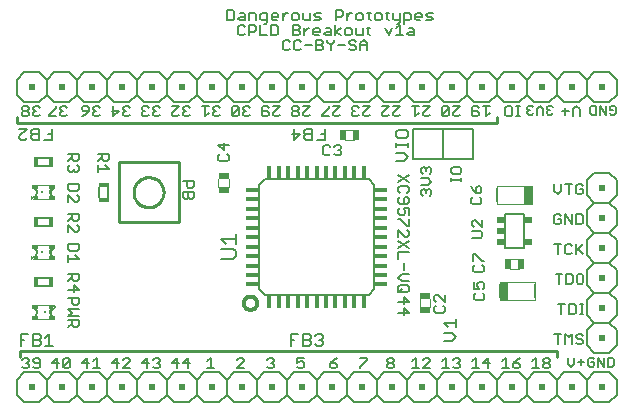
<source format=gto>
G75*
G70*
%OFA0B0*%
%FSLAX24Y24*%
%IPPOS*%
%LPD*%
%AMOC8*
5,1,8,0,0,1.08239X$1,22.5*
%
%ADD10C,0.0050*%
%ADD11C,0.0070*%
%ADD12C,0.0100*%
%ADD13C,0.0080*%
%ADD14C,0.0120*%
%ADD15C,0.0060*%
%ADD16R,0.0200X0.0200*%
%ADD17R,0.0374X0.0197*%
%ADD18R,0.0374X0.0197*%
%ADD19C,0.0040*%
%ADD20R,0.0197X0.0374*%
%ADD21R,0.0197X0.0374*%
%ADD22R,0.0079X0.0472*%
%ADD23R,0.0256X0.0591*%
%ADD24C,0.0086*%
%ADD25R,0.0340X0.0160*%
%ADD26R,0.0197X0.0128*%
%ADD27R,0.0098X0.0059*%
%ADD28R,0.0069X0.0157*%
%ADD29R,0.0079X0.0079*%
%ADD30R,0.0118X0.0118*%
%ADD31R,0.0030X0.0128*%
%ADD32R,0.0160X0.0340*%
%ADD33R,0.0256X0.0197*%
%ADD34R,0.0157X0.0472*%
%ADD35R,0.0472X0.0157*%
%ADD36C,0.0079*%
D10*
X002752Y001786D02*
X002694Y001845D01*
X002752Y001786D02*
X002869Y001786D01*
X002928Y001845D01*
X002928Y001903D01*
X002869Y001961D01*
X002811Y001961D01*
X002869Y001961D02*
X002928Y002020D01*
X002928Y002078D01*
X002869Y002137D01*
X002752Y002137D01*
X002694Y002078D01*
X003062Y002078D02*
X003062Y002020D01*
X003121Y001961D01*
X003296Y001961D01*
X003296Y001845D02*
X003296Y002078D01*
X003237Y002137D01*
X003121Y002137D01*
X003062Y002078D01*
X003062Y001845D02*
X003121Y001786D01*
X003237Y001786D01*
X003296Y001845D01*
X003694Y001961D02*
X003928Y001961D01*
X004062Y001845D02*
X004296Y002078D01*
X004296Y001845D01*
X004237Y001786D01*
X004121Y001786D01*
X004062Y001845D01*
X004062Y002078D01*
X004121Y002137D01*
X004237Y002137D01*
X004296Y002078D01*
X004694Y001961D02*
X004928Y001961D01*
X005062Y002020D02*
X005179Y002137D01*
X005179Y001786D01*
X005062Y001786D02*
X005296Y001786D01*
X004869Y001786D02*
X004869Y002137D01*
X004694Y001961D01*
X003869Y001786D02*
X003869Y002137D01*
X003694Y001961D01*
X004231Y003166D02*
X004347Y003283D01*
X004347Y003225D02*
X004347Y003400D01*
X004231Y003400D02*
X004581Y003400D01*
X004581Y003225D01*
X004523Y003166D01*
X004406Y003166D01*
X004347Y003225D01*
X004231Y003534D02*
X004581Y003534D01*
X004581Y003768D02*
X004231Y003768D01*
X004347Y003651D01*
X004231Y003534D01*
X004406Y003903D02*
X004347Y003961D01*
X004347Y004136D01*
X004231Y004136D02*
X004581Y004136D01*
X004581Y003961D01*
X004523Y003903D01*
X004406Y003903D01*
X004406Y004334D02*
X004406Y004568D01*
X004581Y004393D01*
X004231Y004393D01*
X004231Y004703D02*
X004347Y004820D01*
X004347Y004761D02*
X004347Y004936D01*
X004231Y004936D02*
X004581Y004936D01*
X004581Y004761D01*
X004523Y004703D01*
X004406Y004703D01*
X004347Y004761D01*
X004231Y005334D02*
X004231Y005568D01*
X004231Y005451D02*
X004581Y005451D01*
X004464Y005568D01*
X004523Y005703D02*
X004289Y005703D01*
X004231Y005761D01*
X004231Y005936D01*
X004581Y005936D01*
X004581Y005761D01*
X004523Y005703D01*
X004523Y006334D02*
X004581Y006393D01*
X004581Y006510D01*
X004523Y006568D01*
X004523Y006703D02*
X004406Y006703D01*
X004347Y006761D01*
X004347Y006936D01*
X004231Y006936D02*
X004581Y006936D01*
X004581Y006761D01*
X004523Y006703D01*
X004347Y006820D02*
X004231Y006703D01*
X004231Y006568D02*
X004464Y006334D01*
X004523Y006334D01*
X004231Y006334D02*
X004231Y006568D01*
X004231Y007334D02*
X004231Y007568D01*
X004464Y007334D01*
X004523Y007334D01*
X004581Y007393D01*
X004581Y007510D01*
X004523Y007568D01*
X004523Y007703D02*
X004289Y007703D01*
X004231Y007761D01*
X004231Y007936D01*
X004581Y007936D01*
X004581Y007761D01*
X004523Y007703D01*
X004523Y008334D02*
X004464Y008334D01*
X004406Y008393D01*
X004347Y008334D01*
X004289Y008334D01*
X004231Y008393D01*
X004231Y008510D01*
X004289Y008568D01*
X004231Y008703D02*
X004347Y008820D01*
X004347Y008761D02*
X004347Y008936D01*
X004231Y008936D02*
X004581Y008936D01*
X004581Y008761D01*
X004523Y008703D01*
X004406Y008703D01*
X004347Y008761D01*
X004523Y008568D02*
X004581Y008510D01*
X004581Y008393D01*
X004523Y008334D01*
X004406Y008393D02*
X004406Y008451D01*
X005231Y008451D02*
X005581Y008451D01*
X005464Y008568D01*
X005406Y008703D02*
X005347Y008761D01*
X005347Y008936D01*
X005231Y008936D02*
X005581Y008936D01*
X005581Y008761D01*
X005523Y008703D01*
X005406Y008703D01*
X005347Y008820D02*
X005231Y008703D01*
X005231Y008568D02*
X005231Y008334D01*
X008056Y008036D02*
X008406Y008036D01*
X008406Y007861D01*
X008348Y007803D01*
X008231Y007803D01*
X008172Y007861D01*
X008172Y008036D01*
X008231Y007668D02*
X008231Y007493D01*
X008172Y007434D01*
X008114Y007434D01*
X008056Y007493D01*
X008056Y007668D01*
X008406Y007668D01*
X008406Y007493D01*
X008348Y007434D01*
X008289Y007434D01*
X008231Y007493D01*
X009289Y008686D02*
X009230Y008745D01*
X009230Y008861D01*
X009289Y008920D01*
X009406Y009055D02*
X009406Y009288D01*
X009581Y009230D02*
X009230Y009230D01*
X009406Y009055D01*
X009522Y008920D02*
X009581Y008861D01*
X009581Y008745D01*
X009522Y008686D01*
X009289Y008686D01*
X009222Y010186D02*
X009106Y010186D01*
X009047Y010244D01*
X009047Y010303D01*
X009106Y010361D01*
X009047Y010420D01*
X009047Y010478D01*
X009106Y010536D01*
X009222Y010536D01*
X009281Y010478D01*
X009164Y010361D02*
X009106Y010361D01*
X008912Y010303D02*
X008796Y010186D01*
X008796Y010536D01*
X008912Y010536D02*
X008679Y010536D01*
X008281Y010478D02*
X008222Y010536D01*
X008106Y010536D01*
X008047Y010478D01*
X008047Y010420D01*
X008106Y010361D01*
X008164Y010361D01*
X008106Y010361D02*
X008047Y010303D01*
X008047Y010244D01*
X008106Y010186D01*
X008222Y010186D01*
X008281Y010244D01*
X007912Y010244D02*
X007854Y010186D01*
X007737Y010186D01*
X007679Y010244D01*
X007679Y010303D01*
X007912Y010536D01*
X007679Y010536D01*
X007281Y010478D02*
X007222Y010536D01*
X007106Y010536D01*
X007047Y010478D01*
X007047Y010420D01*
X007106Y010361D01*
X007164Y010361D01*
X007106Y010361D02*
X007047Y010303D01*
X007047Y010244D01*
X007106Y010186D01*
X007222Y010186D01*
X007281Y010244D01*
X006912Y010244D02*
X006854Y010186D01*
X006737Y010186D01*
X006679Y010244D01*
X006679Y010303D01*
X006737Y010361D01*
X006679Y010420D01*
X006679Y010478D01*
X006737Y010536D01*
X006854Y010536D01*
X006912Y010478D01*
X006796Y010361D02*
X006737Y010361D01*
X006281Y010244D02*
X006222Y010186D01*
X006106Y010186D01*
X006047Y010244D01*
X006047Y010303D01*
X006106Y010361D01*
X006047Y010420D01*
X006047Y010478D01*
X006106Y010536D01*
X006222Y010536D01*
X006281Y010478D01*
X006164Y010361D02*
X006106Y010361D01*
X005912Y010361D02*
X005679Y010361D01*
X005737Y010536D02*
X005737Y010186D01*
X005912Y010361D01*
X005281Y010244D02*
X005222Y010186D01*
X005106Y010186D01*
X005047Y010244D01*
X005047Y010303D01*
X005106Y010361D01*
X005047Y010420D01*
X005047Y010478D01*
X005106Y010536D01*
X005222Y010536D01*
X005281Y010478D01*
X005164Y010361D02*
X005106Y010361D01*
X004912Y010361D02*
X004737Y010361D01*
X004679Y010420D01*
X004679Y010478D01*
X004737Y010536D01*
X004854Y010536D01*
X004912Y010478D01*
X004912Y010361D01*
X004796Y010244D01*
X004679Y010186D01*
X004181Y010244D02*
X004122Y010186D01*
X004006Y010186D01*
X003947Y010244D01*
X003947Y010303D01*
X004006Y010361D01*
X003947Y010420D01*
X003947Y010478D01*
X004006Y010536D01*
X004122Y010536D01*
X004181Y010478D01*
X004064Y010361D02*
X004006Y010361D01*
X003812Y010478D02*
X003812Y010536D01*
X003812Y010478D02*
X003579Y010244D01*
X003579Y010186D01*
X003812Y010186D01*
X003281Y010244D02*
X003222Y010186D01*
X003106Y010186D01*
X003047Y010244D01*
X003047Y010303D01*
X003106Y010361D01*
X003047Y010420D01*
X003047Y010478D01*
X003106Y010536D01*
X003222Y010536D01*
X003281Y010478D01*
X003164Y010361D02*
X003106Y010361D01*
X002912Y010303D02*
X002912Y010244D01*
X002854Y010186D01*
X002737Y010186D01*
X002679Y010244D01*
X002679Y010303D01*
X002737Y010361D01*
X002854Y010361D01*
X002912Y010303D01*
X002854Y010361D02*
X002912Y010420D01*
X002912Y010478D01*
X002854Y010536D01*
X002737Y010536D01*
X002679Y010478D01*
X002679Y010420D01*
X002737Y010361D01*
X009222Y010186D02*
X009281Y010244D01*
X009679Y010244D02*
X009679Y010478D01*
X009737Y010536D01*
X009854Y010536D01*
X009912Y010478D01*
X009679Y010244D01*
X009737Y010186D01*
X009854Y010186D01*
X009912Y010244D01*
X009912Y010478D01*
X010047Y010478D02*
X010106Y010536D01*
X010222Y010536D01*
X010281Y010478D01*
X010164Y010361D02*
X010106Y010361D01*
X010047Y010420D01*
X010047Y010478D01*
X010106Y010361D02*
X010047Y010303D01*
X010047Y010244D01*
X010106Y010186D01*
X010222Y010186D01*
X010281Y010244D01*
X010679Y010244D02*
X010737Y010186D01*
X010854Y010186D01*
X010912Y010244D01*
X010912Y010303D01*
X010854Y010361D01*
X010679Y010361D01*
X010679Y010478D02*
X010679Y010244D01*
X010679Y010478D02*
X010737Y010536D01*
X010854Y010536D01*
X010912Y010478D01*
X011047Y010536D02*
X011281Y010536D01*
X011047Y010303D01*
X011047Y010244D01*
X011106Y010186D01*
X011222Y010186D01*
X011281Y010244D01*
X011679Y010244D02*
X011737Y010186D01*
X011854Y010186D01*
X011912Y010244D01*
X011912Y010303D01*
X011854Y010361D01*
X011737Y010361D01*
X011679Y010420D01*
X011679Y010478D01*
X011737Y010536D01*
X011854Y010536D01*
X011912Y010478D01*
X011912Y010420D01*
X011854Y010361D01*
X011737Y010361D02*
X011679Y010303D01*
X011679Y010244D01*
X012047Y010244D02*
X012106Y010186D01*
X012222Y010186D01*
X012281Y010244D01*
X012679Y010244D02*
X012679Y010186D01*
X012912Y010186D01*
X013047Y010244D02*
X013106Y010186D01*
X013222Y010186D01*
X013281Y010244D01*
X013047Y010244D02*
X013047Y010303D01*
X013281Y010536D01*
X013047Y010536D01*
X012912Y010536D02*
X012912Y010478D01*
X012679Y010244D01*
X012281Y010536D02*
X012047Y010303D01*
X012047Y010244D01*
X012047Y010536D02*
X012281Y010536D01*
X013679Y010478D02*
X013737Y010536D01*
X013854Y010536D01*
X013912Y010478D01*
X014047Y010536D02*
X014281Y010536D01*
X014047Y010303D01*
X014047Y010244D01*
X014106Y010186D01*
X014222Y010186D01*
X014281Y010244D01*
X013912Y010244D02*
X013854Y010186D01*
X013737Y010186D01*
X013679Y010244D01*
X013679Y010303D01*
X013737Y010361D01*
X013679Y010420D01*
X013679Y010478D01*
X013737Y010361D02*
X013796Y010361D01*
X014679Y010303D02*
X014679Y010244D01*
X014737Y010186D01*
X014854Y010186D01*
X014912Y010244D01*
X015047Y010244D02*
X015106Y010186D01*
X015222Y010186D01*
X015281Y010244D01*
X015047Y010244D02*
X015047Y010303D01*
X015281Y010536D01*
X015047Y010536D01*
X014912Y010536D02*
X014679Y010303D01*
X014679Y010536D02*
X014912Y010536D01*
X015679Y010536D02*
X015912Y010536D01*
X015796Y010536D02*
X015796Y010186D01*
X015912Y010303D01*
X016047Y010303D02*
X016047Y010244D01*
X016106Y010186D01*
X016222Y010186D01*
X016281Y010244D01*
X016047Y010303D02*
X016281Y010536D01*
X016047Y010536D01*
X016679Y010478D02*
X016679Y010244D01*
X016912Y010478D01*
X016854Y010536D01*
X016737Y010536D01*
X016679Y010478D01*
X016912Y010478D02*
X016912Y010244D01*
X016854Y010186D01*
X016737Y010186D01*
X016679Y010244D01*
X017047Y010244D02*
X017106Y010186D01*
X017222Y010186D01*
X017281Y010244D01*
X017047Y010244D02*
X017047Y010303D01*
X017281Y010536D01*
X017047Y010536D01*
X017679Y010478D02*
X017679Y010244D01*
X017737Y010186D01*
X017854Y010186D01*
X017912Y010244D01*
X017912Y010303D01*
X017854Y010361D01*
X017679Y010361D01*
X017679Y010478D02*
X017737Y010536D01*
X017854Y010536D01*
X017912Y010478D01*
X018047Y010536D02*
X018281Y010536D01*
X018164Y010536D02*
X018164Y010186D01*
X018281Y010303D01*
X018802Y010244D02*
X018860Y010186D01*
X018977Y010186D01*
X019035Y010244D01*
X019035Y010478D01*
X018977Y010536D01*
X018860Y010536D01*
X018802Y010478D01*
X018802Y010244D01*
X019164Y010186D02*
X019281Y010186D01*
X019222Y010186D02*
X019222Y010536D01*
X019164Y010536D02*
X019281Y010536D01*
X019536Y010486D02*
X019586Y010536D01*
X019686Y010536D01*
X019736Y010486D01*
X019858Y010436D02*
X019858Y010236D01*
X019736Y010286D02*
X019686Y010236D01*
X019586Y010236D01*
X019536Y010286D01*
X019536Y010336D01*
X019586Y010386D01*
X019536Y010436D01*
X019536Y010486D01*
X019586Y010386D02*
X019636Y010386D01*
X019858Y010436D02*
X019958Y010536D01*
X020058Y010436D01*
X020058Y010236D01*
X020181Y010286D02*
X020181Y010336D01*
X020231Y010386D01*
X020181Y010436D01*
X020181Y010486D01*
X020231Y010536D01*
X020331Y010536D01*
X020381Y010486D01*
X020281Y010386D02*
X020231Y010386D01*
X020181Y010286D02*
X020231Y010236D01*
X020331Y010236D01*
X020381Y010286D01*
X020679Y010361D02*
X020912Y010361D01*
X021047Y010420D02*
X021047Y010186D01*
X021281Y010186D02*
X021281Y010420D01*
X021164Y010536D01*
X021047Y010420D01*
X020796Y010478D02*
X020796Y010244D01*
X021636Y010286D02*
X021686Y010236D01*
X021836Y010236D01*
X021836Y010536D01*
X021686Y010536D01*
X021636Y010486D01*
X021636Y010286D01*
X021958Y010236D02*
X021958Y010536D01*
X022158Y010236D01*
X022158Y010536D01*
X022281Y010486D02*
X022281Y010386D01*
X022381Y010386D01*
X022481Y010286D02*
X022431Y010236D01*
X022331Y010236D01*
X022281Y010286D01*
X022481Y010286D02*
X022481Y010486D01*
X022431Y010536D01*
X022331Y010536D01*
X022281Y010486D01*
X021337Y007937D02*
X021221Y007937D01*
X021162Y007878D01*
X021162Y007645D01*
X021221Y007586D01*
X021337Y007586D01*
X021396Y007645D01*
X021396Y007761D01*
X021279Y007761D01*
X021396Y007878D02*
X021337Y007937D01*
X021028Y007937D02*
X020794Y007937D01*
X020911Y007937D02*
X020911Y007586D01*
X020659Y007703D02*
X020659Y007937D01*
X020426Y007937D02*
X020426Y007703D01*
X020542Y007586D01*
X020659Y007703D01*
X020601Y006937D02*
X020484Y006937D01*
X020426Y006878D01*
X020426Y006645D01*
X020484Y006586D01*
X020601Y006586D01*
X020659Y006645D01*
X020659Y006761D01*
X020542Y006761D01*
X020659Y006878D02*
X020601Y006937D01*
X020794Y006937D02*
X021028Y006586D01*
X021028Y006937D01*
X021162Y006937D02*
X021337Y006937D01*
X021396Y006878D01*
X021396Y006645D01*
X021337Y006586D01*
X021162Y006586D01*
X021162Y006937D01*
X020794Y006937D02*
X020794Y006586D01*
X020852Y005937D02*
X020794Y005878D01*
X020794Y005645D01*
X020852Y005586D01*
X020969Y005586D01*
X021028Y005645D01*
X021162Y005703D02*
X021396Y005937D01*
X021162Y005937D02*
X021162Y005586D01*
X021221Y005761D02*
X021396Y005586D01*
X021028Y005878D02*
X020969Y005937D01*
X020852Y005937D01*
X020659Y005937D02*
X020426Y005937D01*
X020542Y005937D02*
X020542Y005586D01*
X020591Y004937D02*
X020591Y004606D01*
X020831Y004606D02*
X020996Y004606D01*
X021051Y004661D01*
X021051Y004881D01*
X020996Y004937D01*
X020831Y004937D01*
X020831Y004606D01*
X021181Y004661D02*
X021181Y004881D01*
X021236Y004937D01*
X021346Y004937D01*
X021401Y004881D01*
X021401Y004661D01*
X021346Y004606D01*
X021236Y004606D01*
X021181Y004661D01*
X020701Y004937D02*
X020481Y004937D01*
X020549Y003937D02*
X020782Y003937D01*
X020665Y003937D02*
X020665Y003586D01*
X020917Y003586D02*
X021092Y003586D01*
X021150Y003645D01*
X021150Y003878D01*
X021092Y003937D01*
X020917Y003937D01*
X020917Y003586D01*
X021285Y003586D02*
X021402Y003586D01*
X021343Y003586D02*
X021343Y003937D01*
X021285Y003937D02*
X021402Y003937D01*
X021337Y002937D02*
X021221Y002937D01*
X021162Y002878D01*
X021162Y002820D01*
X021221Y002761D01*
X021337Y002761D01*
X021396Y002703D01*
X021396Y002645D01*
X021337Y002586D01*
X021221Y002586D01*
X021162Y002645D01*
X021028Y002586D02*
X021028Y002937D01*
X020911Y002820D01*
X020794Y002937D01*
X020794Y002586D01*
X020542Y002586D02*
X020542Y002937D01*
X020426Y002937D02*
X020659Y002937D01*
X021337Y002937D02*
X021396Y002878D01*
X021614Y002136D02*
X021564Y002086D01*
X021564Y001886D01*
X021614Y001836D01*
X021714Y001836D01*
X021764Y001886D01*
X021764Y001986D01*
X021664Y001986D01*
X021764Y002086D02*
X021714Y002136D01*
X021614Y002136D01*
X021409Y001986D02*
X021208Y001986D01*
X021086Y001936D02*
X020986Y001836D01*
X020886Y001936D01*
X020886Y002136D01*
X021086Y002136D02*
X021086Y001936D01*
X021308Y001886D02*
X021308Y002086D01*
X021886Y002136D02*
X021886Y001836D01*
X022086Y001836D02*
X022086Y002136D01*
X022208Y002136D02*
X022358Y002136D01*
X022409Y002086D01*
X022409Y001886D01*
X022358Y001836D01*
X022208Y001836D01*
X022208Y002136D01*
X021886Y002136D02*
X022086Y001836D01*
X020296Y001845D02*
X020237Y001786D01*
X020121Y001786D01*
X020062Y001845D01*
X020062Y001903D01*
X020121Y001961D01*
X020237Y001961D01*
X020296Y001903D01*
X020296Y001845D01*
X020237Y001961D02*
X020296Y002020D01*
X020296Y002078D01*
X020237Y002137D01*
X020121Y002137D01*
X020062Y002078D01*
X020062Y002020D01*
X020121Y001961D01*
X019811Y001786D02*
X019811Y002137D01*
X019694Y002020D01*
X019694Y001786D02*
X019928Y001786D01*
X019296Y001845D02*
X019237Y001786D01*
X019121Y001786D01*
X019062Y001845D01*
X019062Y001961D01*
X019237Y001961D01*
X019296Y001903D01*
X019296Y001845D01*
X019179Y002078D02*
X019062Y001961D01*
X019179Y002078D02*
X019296Y002137D01*
X018811Y002137D02*
X018811Y001786D01*
X018694Y001786D02*
X018928Y001786D01*
X018694Y002020D02*
X018811Y002137D01*
X018296Y001961D02*
X018062Y001961D01*
X018237Y002137D01*
X018237Y001786D01*
X017928Y001786D02*
X017694Y001786D01*
X017811Y001786D02*
X017811Y002137D01*
X017694Y002020D01*
X017296Y002020D02*
X017237Y001961D01*
X017296Y001903D01*
X017296Y001845D01*
X017237Y001786D01*
X017121Y001786D01*
X017062Y001845D01*
X016928Y001786D02*
X016694Y001786D01*
X016811Y001786D02*
X016811Y002137D01*
X016694Y002020D01*
X017062Y002078D02*
X017121Y002137D01*
X017237Y002137D01*
X017296Y002078D01*
X017296Y002020D01*
X017237Y001961D02*
X017179Y001961D01*
X016296Y002020D02*
X016296Y002078D01*
X016237Y002137D01*
X016121Y002137D01*
X016062Y002078D01*
X016296Y002020D02*
X016062Y001786D01*
X016296Y001786D01*
X015928Y001786D02*
X015694Y001786D01*
X015811Y001786D02*
X015811Y002137D01*
X015694Y002020D01*
X015096Y002020D02*
X015037Y001961D01*
X014921Y001961D01*
X014862Y002020D01*
X014862Y002078D01*
X014921Y002137D01*
X015037Y002137D01*
X015096Y002078D01*
X015096Y002020D01*
X015037Y001961D02*
X015096Y001903D01*
X015096Y001845D01*
X015037Y001786D01*
X014921Y001786D01*
X014862Y001845D01*
X014862Y001903D01*
X014921Y001961D01*
X014196Y002078D02*
X013962Y001845D01*
X013962Y001786D01*
X014196Y002078D02*
X014196Y002137D01*
X013962Y002137D01*
X013196Y002137D02*
X013079Y002078D01*
X012962Y001961D01*
X013137Y001961D01*
X013196Y001903D01*
X013196Y001845D01*
X013137Y001786D01*
X013021Y001786D01*
X012962Y001845D01*
X012962Y001961D01*
X012096Y001961D02*
X012096Y001845D01*
X012037Y001786D01*
X011921Y001786D01*
X011862Y001845D01*
X011862Y001961D02*
X011979Y002020D01*
X012037Y002020D01*
X012096Y001961D01*
X012096Y002137D02*
X011862Y002137D01*
X011862Y001961D01*
X011096Y001903D02*
X011096Y001845D01*
X011037Y001786D01*
X010921Y001786D01*
X010862Y001845D01*
X010979Y001961D02*
X011037Y001961D01*
X011096Y001903D01*
X011037Y001961D02*
X011096Y002020D01*
X011096Y002078D01*
X011037Y002137D01*
X010921Y002137D01*
X010862Y002078D01*
X010096Y002078D02*
X010037Y002137D01*
X009921Y002137D01*
X009862Y002078D01*
X010096Y002078D02*
X010096Y002020D01*
X009862Y001786D01*
X010096Y001786D01*
X009096Y001786D02*
X008862Y001786D01*
X008979Y001786D02*
X008979Y002137D01*
X008862Y002020D01*
X008296Y001961D02*
X008062Y001961D01*
X008237Y002137D01*
X008237Y001786D01*
X007928Y001961D02*
X007694Y001961D01*
X007869Y002137D01*
X007869Y001786D01*
X007296Y001845D02*
X007237Y001786D01*
X007121Y001786D01*
X007062Y001845D01*
X007179Y001961D02*
X007237Y001961D01*
X007296Y001903D01*
X007296Y001845D01*
X007237Y001961D02*
X007296Y002020D01*
X007296Y002078D01*
X007237Y002137D01*
X007121Y002137D01*
X007062Y002078D01*
X006928Y001961D02*
X006694Y001961D01*
X006869Y002137D01*
X006869Y001786D01*
X006296Y001786D02*
X006062Y001786D01*
X006296Y002020D01*
X006296Y002078D01*
X006237Y002137D01*
X006121Y002137D01*
X006062Y002078D01*
X005928Y001961D02*
X005694Y001961D01*
X005869Y002137D01*
X005869Y001786D01*
X015231Y003641D02*
X015581Y003641D01*
X015406Y003817D01*
X015406Y003583D01*
X015406Y003951D02*
X015406Y004185D01*
X015581Y004010D01*
X015231Y004010D01*
X015231Y004320D02*
X015347Y004436D01*
X015289Y004320D02*
X015231Y004378D01*
X015231Y004495D01*
X015289Y004553D01*
X015523Y004553D01*
X015581Y004495D01*
X015581Y004378D01*
X015523Y004320D01*
X015289Y004320D01*
X015347Y004688D02*
X015581Y004688D01*
X015347Y004688D02*
X015231Y004805D01*
X015347Y004921D01*
X015581Y004921D01*
X015406Y005056D02*
X015406Y005290D01*
X015231Y005425D02*
X015231Y005658D01*
X015581Y005658D01*
X015581Y005793D02*
X015231Y006026D01*
X015231Y006161D02*
X015231Y006395D01*
X015464Y006161D01*
X015523Y006161D01*
X015581Y006220D01*
X015581Y006336D01*
X015523Y006395D01*
X015523Y006530D02*
X015289Y006763D01*
X015231Y006763D01*
X015289Y006898D02*
X015231Y006956D01*
X015231Y007073D01*
X015289Y007131D01*
X015406Y007131D02*
X015464Y007015D01*
X015464Y006956D01*
X015406Y006898D01*
X015289Y006898D01*
X015406Y007131D02*
X015581Y007131D01*
X015581Y006898D01*
X015581Y006763D02*
X015581Y006530D01*
X015523Y006530D01*
X015581Y006026D02*
X015231Y005793D01*
X015289Y007266D02*
X015523Y007266D01*
X015581Y007325D01*
X015581Y007441D01*
X015523Y007500D01*
X015464Y007500D01*
X015406Y007441D01*
X015406Y007266D01*
X015289Y007266D02*
X015231Y007325D01*
X015231Y007441D01*
X015289Y007500D01*
X015289Y007634D02*
X015231Y007693D01*
X015231Y007810D01*
X015289Y007868D01*
X015523Y007868D01*
X015581Y007810D01*
X015581Y007693D01*
X015523Y007634D01*
X015980Y007590D02*
X015980Y007706D01*
X016039Y007765D01*
X016097Y007765D01*
X016156Y007706D01*
X016214Y007765D01*
X016272Y007765D01*
X016331Y007706D01*
X016331Y007590D01*
X016272Y007531D01*
X016156Y007648D02*
X016156Y007706D01*
X016214Y007900D02*
X015980Y007900D01*
X016214Y007900D02*
X016331Y008016D01*
X016214Y008133D01*
X015980Y008133D01*
X016039Y008268D02*
X015980Y008326D01*
X015980Y008443D01*
X016039Y008501D01*
X016097Y008501D01*
X016156Y008443D01*
X016214Y008501D01*
X016272Y008501D01*
X016331Y008443D01*
X016331Y008326D01*
X016272Y008268D01*
X016156Y008385D02*
X016156Y008443D01*
X015706Y008761D02*
X015706Y009761D01*
X016706Y009761D01*
X016706Y008761D01*
X015706Y008761D01*
X015581Y008236D02*
X015231Y008003D01*
X015231Y008236D02*
X015581Y008003D01*
X015980Y007590D02*
X016039Y007531D01*
X016980Y008022D02*
X016980Y008139D01*
X016980Y008081D02*
X017331Y008081D01*
X017331Y008139D02*
X017331Y008022D01*
X017272Y008268D02*
X017039Y008268D01*
X016980Y008326D01*
X016980Y008443D01*
X017039Y008501D01*
X017272Y008501D01*
X017331Y008443D01*
X017331Y008326D01*
X017272Y008268D01*
X017647Y007858D02*
X017705Y007741D01*
X017822Y007625D01*
X017822Y007800D01*
X017880Y007858D01*
X017938Y007858D01*
X017997Y007800D01*
X017997Y007683D01*
X017938Y007625D01*
X017822Y007625D01*
X017938Y007490D02*
X017997Y007431D01*
X017997Y007315D01*
X017938Y007256D01*
X017705Y007256D01*
X017647Y007315D01*
X017647Y007431D01*
X017705Y007490D01*
X017739Y006738D02*
X017680Y006680D01*
X017680Y006563D01*
X017739Y006505D01*
X017680Y006370D02*
X017972Y006370D01*
X018031Y006311D01*
X018031Y006195D01*
X017972Y006136D01*
X017680Y006136D01*
X018031Y006505D02*
X017797Y006738D01*
X017739Y006738D01*
X018031Y006738D02*
X018031Y006505D01*
X017789Y005588D02*
X018022Y005355D01*
X018081Y005355D01*
X018022Y005220D02*
X018081Y005161D01*
X018081Y005045D01*
X018022Y004986D01*
X017789Y004986D01*
X017730Y005045D01*
X017730Y005161D01*
X017789Y005220D01*
X017730Y005355D02*
X017730Y005588D01*
X017789Y005588D01*
X017747Y004658D02*
X017747Y004425D01*
X017922Y004425D01*
X017863Y004541D01*
X017863Y004600D01*
X017922Y004658D01*
X018038Y004658D01*
X018097Y004600D01*
X018097Y004483D01*
X018038Y004425D01*
X018038Y004290D02*
X018097Y004231D01*
X018097Y004115D01*
X018038Y004056D01*
X017805Y004056D01*
X017747Y004115D01*
X017747Y004231D01*
X017805Y004290D01*
X016781Y004251D02*
X016781Y004018D01*
X016547Y004251D01*
X016489Y004251D01*
X016430Y004193D01*
X016430Y004076D01*
X016489Y004018D01*
X016489Y003883D02*
X016430Y003825D01*
X016430Y003708D01*
X016489Y003650D01*
X016722Y003650D01*
X016781Y003708D01*
X016781Y003825D01*
X016722Y003883D01*
X016706Y008761D02*
X017706Y008761D01*
X017706Y009761D01*
X016706Y009761D01*
X013332Y009178D02*
X013332Y009120D01*
X013274Y009061D01*
X013332Y009003D01*
X013332Y008945D01*
X013274Y008886D01*
X013157Y008886D01*
X013099Y008945D01*
X012964Y008945D02*
X012906Y008886D01*
X012789Y008886D01*
X012731Y008945D01*
X012731Y009178D01*
X012789Y009237D01*
X012906Y009237D01*
X012964Y009178D01*
X013099Y009178D02*
X013157Y009237D01*
X013274Y009237D01*
X013332Y009178D01*
X013274Y009061D02*
X013216Y009061D01*
X012971Y012386D02*
X012971Y012561D01*
X013087Y012678D01*
X013087Y012737D01*
X013134Y012886D02*
X013134Y013237D01*
X013152Y013386D02*
X013152Y013737D01*
X013327Y013737D01*
X013386Y013678D01*
X013386Y013561D01*
X013327Y013503D01*
X013152Y013503D01*
X013521Y013503D02*
X013637Y013620D01*
X013696Y013620D01*
X013828Y013561D02*
X013886Y013620D01*
X014003Y013620D01*
X014061Y013561D01*
X014061Y013445D01*
X014003Y013386D01*
X013886Y013386D01*
X013828Y013445D01*
X013828Y013561D01*
X013521Y013620D02*
X013521Y013386D01*
X013499Y013120D02*
X013441Y013061D01*
X013441Y012945D01*
X013499Y012886D01*
X013616Y012886D01*
X013674Y012945D01*
X013674Y013061D01*
X013616Y013120D01*
X013499Y013120D01*
X013309Y013120D02*
X013134Y013003D01*
X013309Y012886D01*
X012999Y012886D02*
X012999Y013061D01*
X012941Y013120D01*
X012824Y013120D01*
X012824Y013003D02*
X012999Y013003D01*
X012999Y012886D02*
X012824Y012886D01*
X012766Y012945D01*
X012824Y013003D01*
X012631Y013003D02*
X012631Y013061D01*
X012573Y013120D01*
X012456Y013120D01*
X012397Y013061D01*
X012397Y012945D01*
X012456Y012886D01*
X012573Y012886D01*
X012631Y013003D02*
X012397Y013003D01*
X012266Y013120D02*
X012207Y013120D01*
X012091Y013003D01*
X012091Y012886D02*
X012091Y013120D01*
X011956Y013120D02*
X011956Y013178D01*
X011897Y013237D01*
X011722Y013237D01*
X011722Y012886D01*
X011897Y012886D01*
X011956Y012945D01*
X011956Y013003D01*
X011897Y013061D01*
X011722Y013061D01*
X011897Y013061D02*
X011956Y013120D01*
X011854Y013386D02*
X011737Y013386D01*
X011679Y013445D01*
X011679Y013561D01*
X011737Y013620D01*
X011854Y013620D01*
X011913Y013561D01*
X011913Y013445D01*
X011854Y013386D01*
X012047Y013445D02*
X012106Y013386D01*
X012281Y013386D01*
X012281Y013620D01*
X012416Y013561D02*
X012474Y013620D01*
X012649Y013620D01*
X012591Y013503D02*
X012474Y013503D01*
X012416Y013561D01*
X012416Y013386D02*
X012591Y013386D01*
X012649Y013445D01*
X012591Y013503D01*
X012047Y013445D02*
X012047Y013620D01*
X011547Y013620D02*
X011489Y013620D01*
X011372Y013503D01*
X011372Y013386D02*
X011372Y013620D01*
X011237Y013561D02*
X011237Y013503D01*
X011004Y013503D01*
X011004Y013561D02*
X011062Y013620D01*
X011179Y013620D01*
X011237Y013561D01*
X011179Y013386D02*
X011062Y013386D01*
X011004Y013445D01*
X011004Y013561D01*
X010869Y013620D02*
X010869Y013328D01*
X010811Y013270D01*
X010752Y013270D01*
X010694Y013386D02*
X010869Y013386D01*
X010694Y013386D02*
X010636Y013445D01*
X010636Y013561D01*
X010694Y013620D01*
X010869Y013620D01*
X010501Y013561D02*
X010501Y013386D01*
X010424Y013237D02*
X010482Y013178D01*
X010482Y013061D01*
X010424Y013003D01*
X010249Y013003D01*
X010249Y012886D02*
X010249Y013237D01*
X010424Y013237D01*
X010617Y013237D02*
X010617Y012886D01*
X010851Y012886D01*
X010986Y012886D02*
X011161Y012886D01*
X011219Y012945D01*
X011219Y013178D01*
X011161Y013237D01*
X010986Y013237D01*
X010986Y012886D01*
X011381Y012678D02*
X011381Y012445D01*
X011439Y012386D01*
X011556Y012386D01*
X011614Y012445D01*
X011749Y012445D02*
X011807Y012386D01*
X011924Y012386D01*
X011982Y012445D01*
X012117Y012561D02*
X012351Y012561D01*
X012486Y012561D02*
X012661Y012561D01*
X012719Y012503D01*
X012719Y012445D01*
X012661Y012386D01*
X012486Y012386D01*
X012486Y012737D01*
X012661Y012737D01*
X012719Y012678D01*
X012719Y012620D01*
X012661Y012561D01*
X012854Y012678D02*
X012971Y012561D01*
X012854Y012678D02*
X012854Y012737D01*
X013222Y012561D02*
X013456Y012561D01*
X013591Y012620D02*
X013649Y012561D01*
X013766Y012561D01*
X013824Y012503D01*
X013824Y012445D01*
X013766Y012386D01*
X013649Y012386D01*
X013591Y012445D01*
X013591Y012620D02*
X013591Y012678D01*
X013649Y012737D01*
X013766Y012737D01*
X013824Y012678D01*
X013959Y012620D02*
X014076Y012737D01*
X014192Y012620D01*
X014192Y012386D01*
X014192Y012561D02*
X013959Y012561D01*
X013959Y012620D02*
X013959Y012386D01*
X014043Y012886D02*
X013868Y012886D01*
X013809Y012945D01*
X013809Y013120D01*
X014043Y013120D02*
X014043Y012886D01*
X014236Y012945D02*
X014294Y012886D01*
X014236Y012945D02*
X014236Y013178D01*
X014178Y013120D02*
X014294Y013120D01*
X014313Y013386D02*
X014254Y013445D01*
X014254Y013678D01*
X014196Y013620D02*
X014313Y013620D01*
X014441Y013561D02*
X014441Y013445D01*
X014500Y013386D01*
X014616Y013386D01*
X014675Y013445D01*
X014675Y013561D01*
X014616Y013620D01*
X014500Y013620D01*
X014441Y013561D01*
X014810Y013620D02*
X014926Y013620D01*
X014868Y013678D02*
X014868Y013445D01*
X014926Y013386D01*
X015055Y013445D02*
X015114Y013386D01*
X015289Y013386D01*
X015289Y013328D02*
X015230Y013270D01*
X015172Y013270D01*
X015276Y013237D02*
X015276Y012886D01*
X015160Y012886D02*
X015393Y012886D01*
X015528Y012945D02*
X015586Y013003D01*
X015761Y013003D01*
X015761Y013061D02*
X015761Y012886D01*
X015586Y012886D01*
X015528Y012945D01*
X015586Y013120D02*
X015703Y013120D01*
X015761Y013061D01*
X015850Y013386D02*
X015792Y013445D01*
X015792Y013561D01*
X015850Y013620D01*
X015967Y013620D01*
X016025Y013561D01*
X016025Y013503D01*
X015792Y013503D01*
X015850Y013386D02*
X015967Y013386D01*
X016160Y013386D02*
X016335Y013386D01*
X016394Y013445D01*
X016335Y013503D01*
X016218Y013503D01*
X016160Y013561D01*
X016218Y013620D01*
X016394Y013620D01*
X015657Y013561D02*
X015657Y013445D01*
X015599Y013386D01*
X015423Y013386D01*
X015423Y013270D02*
X015423Y013620D01*
X015599Y013620D01*
X015657Y013561D01*
X015289Y013620D02*
X015289Y013328D01*
X015276Y013237D02*
X015160Y013120D01*
X015025Y013120D02*
X014908Y012886D01*
X014791Y013120D01*
X015055Y013445D02*
X015055Y013620D01*
X011982Y012678D02*
X011924Y012737D01*
X011807Y012737D01*
X011749Y012678D01*
X011749Y012445D01*
X011614Y012678D02*
X011556Y012737D01*
X011439Y012737D01*
X011381Y012678D01*
X010267Y013386D02*
X010267Y013620D01*
X010442Y013620D01*
X010501Y013561D01*
X010132Y013561D02*
X010132Y013386D01*
X009957Y013386D01*
X009899Y013445D01*
X009957Y013503D01*
X010132Y013503D01*
X010132Y013561D02*
X010074Y013620D01*
X009957Y013620D01*
X009764Y013678D02*
X009706Y013737D01*
X009531Y013737D01*
X009531Y013386D01*
X009706Y013386D01*
X009764Y013445D01*
X009764Y013678D01*
X009939Y013237D02*
X009881Y013178D01*
X009881Y012945D01*
X009939Y012886D01*
X010056Y012886D01*
X010114Y012945D01*
X010114Y013178D02*
X010056Y013237D01*
X009939Y013237D01*
D11*
X011752Y009776D02*
X011752Y009396D01*
X011942Y009586D01*
X011688Y009586D01*
X012103Y009523D02*
X012103Y009459D01*
X012166Y009396D01*
X012356Y009396D01*
X012356Y009776D01*
X012166Y009776D01*
X012103Y009713D01*
X012103Y009649D01*
X012166Y009586D01*
X012356Y009586D01*
X012166Y009586D02*
X012103Y009523D01*
X012517Y009396D02*
X012771Y009396D01*
X012771Y009776D01*
X012771Y009586D02*
X012644Y009586D01*
X003671Y009586D02*
X003544Y009586D01*
X003671Y009396D02*
X003417Y009396D01*
X003256Y009396D02*
X003066Y009396D01*
X003003Y009459D01*
X003003Y009523D01*
X003066Y009586D01*
X003256Y009586D01*
X003066Y009586D02*
X003003Y009649D01*
X003003Y009713D01*
X003066Y009776D01*
X003256Y009776D01*
X003256Y009396D01*
X003671Y009396D02*
X003671Y009776D01*
X002842Y009776D02*
X002588Y009523D01*
X002588Y009459D01*
X002652Y009396D01*
X002779Y009396D01*
X002842Y009459D01*
X002842Y009776D02*
X002588Y009776D01*
X002641Y002927D02*
X002894Y002927D01*
X003055Y002927D02*
X003245Y002927D01*
X003309Y002863D01*
X003309Y002800D01*
X003245Y002736D01*
X003055Y002736D01*
X003055Y002546D02*
X003245Y002546D01*
X003309Y002610D01*
X003309Y002673D01*
X003245Y002736D01*
X003469Y002800D02*
X003596Y002927D01*
X003596Y002546D01*
X003469Y002546D02*
X003723Y002546D01*
X003055Y002546D02*
X003055Y002927D01*
X002767Y002736D02*
X002641Y002736D01*
X002641Y002546D02*
X002641Y002927D01*
X011641Y002927D02*
X011641Y002546D01*
X011641Y002736D02*
X011767Y002736D01*
X011641Y002927D02*
X011894Y002927D01*
X012055Y002927D02*
X012245Y002927D01*
X012309Y002863D01*
X012309Y002800D01*
X012245Y002736D01*
X012055Y002736D01*
X012055Y002546D02*
X012245Y002546D01*
X012309Y002610D01*
X012309Y002673D01*
X012245Y002736D01*
X012469Y002610D02*
X012533Y002546D01*
X012659Y002546D01*
X012723Y002610D01*
X012723Y002673D01*
X012659Y002736D01*
X012596Y002736D01*
X012659Y002736D02*
X012723Y002800D01*
X012723Y002863D01*
X012659Y002927D01*
X012533Y002927D01*
X012469Y002863D01*
X012055Y002927D02*
X012055Y002546D01*
D12*
X020506Y002361D02*
X020506Y002161D01*
X020506Y002361D02*
X002606Y002361D01*
X002606Y002161D01*
X002506Y009961D02*
X018506Y009961D01*
X018506Y010161D01*
X002506Y010161D02*
X002506Y009961D01*
D13*
X015145Y009679D02*
X015145Y009539D01*
X015215Y009469D01*
X015496Y009469D01*
X015566Y009539D01*
X015566Y009679D01*
X015496Y009749D01*
X015215Y009749D01*
X015145Y009679D01*
X015145Y009302D02*
X015145Y009162D01*
X015145Y009232D02*
X015566Y009232D01*
X015566Y009162D02*
X015566Y009302D01*
X015426Y008981D02*
X015145Y008981D01*
X015426Y008981D02*
X015566Y008841D01*
X015426Y008701D01*
X015145Y008701D01*
X017166Y003442D02*
X017166Y003162D01*
X017166Y003302D02*
X016745Y003302D01*
X016885Y003162D01*
X016745Y002981D02*
X017026Y002981D01*
X017166Y002841D01*
X017026Y002701D01*
X016745Y002701D01*
D14*
X010082Y003961D02*
X010084Y003990D01*
X010090Y004019D01*
X010099Y004047D01*
X010112Y004073D01*
X010128Y004097D01*
X010148Y004119D01*
X010170Y004139D01*
X010194Y004155D01*
X010220Y004168D01*
X010248Y004177D01*
X010277Y004183D01*
X010306Y004185D01*
X010335Y004183D01*
X010364Y004177D01*
X010392Y004168D01*
X010418Y004155D01*
X010442Y004139D01*
X010464Y004119D01*
X010484Y004097D01*
X010500Y004073D01*
X010513Y004047D01*
X010522Y004019D01*
X010528Y003990D01*
X010530Y003961D01*
X010528Y003932D01*
X010522Y003903D01*
X010513Y003875D01*
X010500Y003849D01*
X010484Y003825D01*
X010464Y003803D01*
X010442Y003783D01*
X010418Y003767D01*
X010392Y003754D01*
X010364Y003745D01*
X010335Y003739D01*
X010306Y003737D01*
X010277Y003739D01*
X010248Y003745D01*
X010220Y003754D01*
X010194Y003767D01*
X010170Y003783D01*
X010148Y003803D01*
X010128Y003825D01*
X010112Y003849D01*
X010099Y003875D01*
X010090Y003903D01*
X010084Y003932D01*
X010082Y003961D01*
D15*
X002506Y001411D02*
X002506Y000911D01*
X002756Y000661D01*
X003256Y000661D01*
X003506Y000911D01*
X003756Y000661D01*
X004256Y000661D01*
X004506Y000911D01*
X004506Y001411D01*
X004256Y001661D01*
X003756Y001661D01*
X003506Y001411D01*
X003506Y000911D01*
X003506Y001411D02*
X003256Y001661D01*
X002756Y001661D01*
X002506Y001411D01*
X004506Y001411D02*
X004756Y001661D01*
X005256Y001661D01*
X005506Y001411D01*
X005756Y001661D01*
X006256Y001661D01*
X006506Y001411D01*
X006756Y001661D01*
X007256Y001661D01*
X007506Y001411D01*
X007506Y000911D01*
X007256Y000661D01*
X006756Y000661D01*
X006506Y000911D01*
X006256Y000661D01*
X005756Y000661D01*
X005506Y000911D01*
X005256Y000661D01*
X004756Y000661D01*
X004506Y000911D01*
X005506Y000911D02*
X005506Y001411D01*
X006506Y001411D02*
X006506Y000911D01*
X007506Y000911D02*
X007756Y000661D01*
X008256Y000661D01*
X008506Y000911D01*
X008756Y000661D01*
X009256Y000661D01*
X009506Y000911D01*
X009756Y000661D01*
X010256Y000661D01*
X010506Y000911D01*
X010506Y001411D01*
X010256Y001661D01*
X009756Y001661D01*
X009506Y001411D01*
X009506Y000911D01*
X009506Y001411D02*
X009256Y001661D01*
X008756Y001661D01*
X008506Y001411D01*
X008506Y000911D01*
X008506Y001411D02*
X008256Y001661D01*
X007756Y001661D01*
X007506Y001411D01*
X010506Y001411D02*
X010756Y001661D01*
X011256Y001661D01*
X011506Y001411D01*
X011756Y001661D01*
X012256Y001661D01*
X012506Y001411D01*
X012756Y001661D01*
X013256Y001661D01*
X013506Y001411D01*
X013506Y000911D01*
X013256Y000661D01*
X012756Y000661D01*
X012506Y000911D01*
X012256Y000661D01*
X011756Y000661D01*
X011506Y000911D01*
X011256Y000661D01*
X010756Y000661D01*
X010506Y000911D01*
X011506Y000911D02*
X011506Y001411D01*
X012506Y001411D02*
X012506Y000911D01*
X013506Y000911D02*
X013756Y000661D01*
X014256Y000661D01*
X014506Y000911D01*
X014756Y000661D01*
X015256Y000661D01*
X015506Y000911D01*
X015756Y000661D01*
X016256Y000661D01*
X016506Y000911D01*
X016506Y001411D01*
X016256Y001661D01*
X015756Y001661D01*
X015506Y001411D01*
X015506Y000911D01*
X015506Y001411D02*
X015256Y001661D01*
X014756Y001661D01*
X014506Y001411D01*
X014506Y000911D01*
X014506Y001411D02*
X014256Y001661D01*
X013756Y001661D01*
X013506Y001411D01*
X016506Y001411D02*
X016756Y001661D01*
X017256Y001661D01*
X017506Y001411D01*
X017756Y001661D01*
X018256Y001661D01*
X018506Y001411D01*
X018756Y001661D01*
X019256Y001661D01*
X019506Y001411D01*
X019506Y000911D01*
X019256Y000661D01*
X018756Y000661D01*
X018506Y000911D01*
X018256Y000661D01*
X017756Y000661D01*
X017506Y000911D01*
X017256Y000661D01*
X016756Y000661D01*
X016506Y000911D01*
X017506Y000911D02*
X017506Y001411D01*
X018506Y001411D02*
X018506Y000911D01*
X019506Y000911D02*
X019756Y000661D01*
X020256Y000661D01*
X020506Y000911D01*
X020756Y000661D01*
X021256Y000661D01*
X021506Y000911D01*
X021756Y000661D01*
X022256Y000661D01*
X022506Y000911D01*
X022506Y001411D01*
X022256Y001661D01*
X021756Y001661D01*
X021506Y001411D01*
X021506Y000911D01*
X021506Y001411D02*
X021256Y001661D01*
X020756Y001661D01*
X020506Y001411D01*
X020506Y000911D01*
X020506Y001411D02*
X020256Y001661D01*
X019756Y001661D01*
X019506Y001411D01*
X021506Y002561D02*
X021756Y002311D01*
X022256Y002311D01*
X022506Y002561D01*
X022506Y003061D01*
X022256Y003311D01*
X022506Y003561D01*
X022506Y004061D01*
X022256Y004311D01*
X021756Y004311D01*
X021506Y004061D01*
X021506Y003561D01*
X021756Y003311D01*
X022256Y003311D01*
X021756Y003311D02*
X021506Y003061D01*
X021506Y002561D01*
X021756Y004311D02*
X021506Y004561D01*
X021506Y005061D01*
X021756Y005311D01*
X021506Y005561D01*
X021506Y006061D01*
X021756Y006311D01*
X021506Y006561D01*
X021506Y007061D01*
X021756Y007311D01*
X021506Y007561D01*
X021506Y008061D01*
X021756Y008311D01*
X022256Y008311D01*
X022506Y008061D01*
X022506Y007561D01*
X022256Y007311D01*
X022506Y007061D01*
X022506Y006561D01*
X022256Y006311D01*
X022506Y006061D01*
X022506Y005561D01*
X022256Y005311D01*
X022506Y005061D01*
X022506Y004561D01*
X022256Y004311D01*
X022256Y005311D02*
X021756Y005311D01*
X021756Y006311D02*
X022256Y006311D01*
X022256Y007311D02*
X021756Y007311D01*
X019425Y006921D02*
X019425Y006884D01*
X019425Y006921D02*
X019425Y005801D01*
X019425Y005838D01*
X019425Y005801D02*
X018787Y005801D01*
X018787Y005838D01*
X018787Y005801D02*
X018787Y006921D01*
X018787Y006884D01*
X018787Y006921D02*
X019425Y006921D01*
X019425Y006567D02*
X019425Y006156D01*
X018787Y006156D02*
X018787Y006193D01*
X018787Y006530D02*
X018787Y006567D01*
X018756Y010661D02*
X018506Y010911D01*
X018256Y010661D01*
X017756Y010661D01*
X017506Y010911D01*
X017256Y010661D01*
X016756Y010661D01*
X016506Y010911D01*
X016256Y010661D01*
X015756Y010661D01*
X015506Y010911D01*
X015256Y010661D01*
X014756Y010661D01*
X014506Y010911D01*
X014256Y010661D01*
X013756Y010661D01*
X013506Y010911D01*
X013256Y010661D01*
X012756Y010661D01*
X012506Y010911D01*
X012256Y010661D01*
X011756Y010661D01*
X011506Y010911D01*
X011256Y010661D01*
X010756Y010661D01*
X010506Y010911D01*
X010256Y010661D01*
X009756Y010661D01*
X009506Y010911D01*
X009256Y010661D01*
X008756Y010661D01*
X008506Y010911D01*
X008256Y010661D01*
X007756Y010661D01*
X007506Y010911D01*
X007256Y010661D01*
X006756Y010661D01*
X006506Y010911D01*
X006256Y010661D01*
X005756Y010661D01*
X005506Y010911D01*
X005256Y010661D01*
X004756Y010661D01*
X004506Y010911D01*
X004256Y010661D01*
X003756Y010661D01*
X003506Y010911D01*
X003256Y010661D01*
X002756Y010661D01*
X002506Y010911D01*
X002506Y011411D01*
X002756Y011661D01*
X003256Y011661D01*
X003506Y011411D01*
X003756Y011661D01*
X004256Y011661D01*
X004506Y011411D01*
X004506Y010911D01*
X004506Y011411D02*
X004756Y011661D01*
X005256Y011661D01*
X005506Y011411D01*
X005756Y011661D01*
X006256Y011661D01*
X006506Y011411D01*
X006756Y011661D01*
X007256Y011661D01*
X007506Y011411D01*
X007506Y010911D01*
X007506Y011411D02*
X007756Y011661D01*
X008256Y011661D01*
X008506Y011411D01*
X008756Y011661D01*
X009256Y011661D01*
X009506Y011411D01*
X009756Y011661D01*
X010256Y011661D01*
X010506Y011411D01*
X010506Y010911D01*
X010506Y011411D02*
X010756Y011661D01*
X011256Y011661D01*
X011506Y011411D01*
X011756Y011661D01*
X012256Y011661D01*
X012506Y011411D01*
X012756Y011661D01*
X013256Y011661D01*
X013506Y011411D01*
X013506Y010911D01*
X013506Y011411D02*
X013756Y011661D01*
X014256Y011661D01*
X014506Y011411D01*
X014756Y011661D01*
X015256Y011661D01*
X015506Y011411D01*
X015756Y011661D01*
X016256Y011661D01*
X016506Y011411D01*
X016506Y010911D01*
X016506Y011411D02*
X016756Y011661D01*
X017256Y011661D01*
X017506Y011411D01*
X017756Y011661D01*
X018256Y011661D01*
X018506Y011411D01*
X018756Y011661D01*
X019256Y011661D01*
X019506Y011411D01*
X019506Y010911D01*
X019256Y010661D01*
X018756Y010661D01*
X018506Y010911D02*
X018506Y011411D01*
X017506Y011411D02*
X017506Y010911D01*
X019506Y010911D02*
X019756Y010661D01*
X020256Y010661D01*
X020506Y010911D01*
X020756Y010661D01*
X021256Y010661D01*
X021506Y010911D01*
X021756Y010661D01*
X022256Y010661D01*
X022506Y010911D01*
X022506Y011411D01*
X022256Y011661D01*
X021756Y011661D01*
X021506Y011411D01*
X021506Y010911D01*
X021506Y011411D02*
X021256Y011661D01*
X020756Y011661D01*
X020506Y011411D01*
X020506Y010911D01*
X020506Y011411D02*
X020256Y011661D01*
X019756Y011661D01*
X019506Y011411D01*
X015506Y011411D02*
X015506Y010911D01*
X014506Y010911D02*
X014506Y011411D01*
X012506Y011411D02*
X012506Y010911D01*
X011506Y010911D02*
X011506Y011411D01*
X009506Y011411D02*
X009506Y010911D01*
X008506Y010911D02*
X008506Y011411D01*
X006506Y011411D02*
X006506Y010911D01*
X005506Y010911D02*
X005506Y011411D01*
X003506Y011411D02*
X003506Y010911D01*
X003576Y008801D02*
X003236Y008801D01*
X003236Y008521D02*
X003576Y008521D01*
X005266Y007831D02*
X005266Y007491D01*
X005546Y007491D02*
X005546Y007831D01*
X003576Y006801D02*
X003236Y006801D01*
X003236Y006521D02*
X003576Y006521D01*
X003576Y004801D02*
X003236Y004801D01*
X003236Y004521D02*
X003576Y004521D01*
X009325Y005441D02*
X009734Y005441D01*
X009816Y005523D01*
X009816Y005686D01*
X009734Y005768D01*
X009325Y005768D01*
X009489Y005948D02*
X009325Y006111D01*
X009816Y006111D01*
X009816Y005948D02*
X009816Y006275D01*
D16*
X010006Y011161D03*
X011006Y011161D03*
X012006Y011161D03*
X013006Y011161D03*
X014006Y011161D03*
X015006Y011161D03*
X016006Y011161D03*
X017006Y011161D03*
X018006Y011161D03*
X019006Y011161D03*
X020006Y011161D03*
X021006Y011161D03*
X022006Y011161D03*
X022006Y007811D03*
X022006Y006811D03*
X022006Y005811D03*
X022006Y004811D03*
X022006Y003811D03*
X022006Y002811D03*
X022006Y001161D03*
X021006Y001161D03*
X020006Y001161D03*
X019006Y001161D03*
X018006Y001161D03*
X017006Y001161D03*
X016006Y001161D03*
X015006Y001161D03*
X014006Y001161D03*
X013006Y001161D03*
X012006Y001161D03*
X011006Y001161D03*
X010006Y001161D03*
X009006Y001161D03*
X008006Y001161D03*
X007006Y001161D03*
X006006Y001161D03*
X005006Y001161D03*
X004006Y001161D03*
X003006Y001161D03*
X003006Y011161D03*
X004006Y011161D03*
X005006Y011161D03*
X006006Y011161D03*
X007006Y011161D03*
X008006Y011161D03*
X009006Y011161D03*
D17*
X009404Y008190D03*
X016108Y003733D03*
D18*
X016108Y004193D03*
X009404Y007730D03*
D19*
X009571Y007821D02*
X009571Y008101D01*
X009236Y008101D02*
X009236Y007821D01*
X013466Y009396D02*
X013746Y009396D01*
X013746Y009731D02*
X013466Y009731D01*
X018535Y007857D02*
X018535Y007266D01*
X019677Y007266D01*
X019677Y007857D01*
X018535Y007857D01*
X018966Y005426D02*
X019246Y005426D01*
X019246Y005091D02*
X018966Y005091D01*
X018635Y004657D02*
X018635Y004066D01*
X019777Y004066D01*
X019777Y004657D01*
X018635Y004657D01*
X016276Y004101D02*
X016276Y003821D01*
X015941Y003821D02*
X015941Y004101D01*
X003770Y003798D02*
X003748Y003793D01*
X003728Y003785D01*
X003710Y003774D01*
X003693Y003759D01*
X003679Y003743D01*
X003667Y003724D01*
X003659Y003704D01*
X003654Y003683D01*
X003652Y003661D01*
X003654Y003639D01*
X003659Y003618D01*
X003667Y003598D01*
X003679Y003579D01*
X003693Y003563D01*
X003710Y003548D01*
X003728Y003537D01*
X003748Y003529D01*
X003770Y003524D01*
X003612Y003435D02*
X003199Y003435D01*
X003041Y003524D02*
X003063Y003529D01*
X003083Y003537D01*
X003101Y003548D01*
X003118Y003563D01*
X003132Y003579D01*
X003144Y003598D01*
X003152Y003618D01*
X003157Y003639D01*
X003159Y003661D01*
X003157Y003683D01*
X003152Y003704D01*
X003144Y003724D01*
X003132Y003743D01*
X003118Y003759D01*
X003101Y003774D01*
X003083Y003785D01*
X003063Y003793D01*
X003041Y003798D01*
X003209Y003888D02*
X003770Y003888D01*
X003699Y003838D02*
X003701Y003850D01*
X003706Y003861D01*
X003714Y003870D01*
X003725Y003876D01*
X003737Y003879D01*
X003749Y003878D01*
X003761Y003874D01*
X003770Y003866D01*
X003777Y003856D01*
X003781Y003844D01*
X003781Y003832D01*
X003777Y003820D01*
X003770Y003810D01*
X003760Y003802D01*
X003749Y003798D01*
X003737Y003797D01*
X003725Y003800D01*
X003714Y003806D01*
X003706Y003815D01*
X003701Y003826D01*
X003699Y003838D01*
X003603Y005435D02*
X003041Y005435D01*
X003030Y005484D02*
X003032Y005496D01*
X003037Y005507D01*
X003045Y005516D01*
X003056Y005522D01*
X003068Y005525D01*
X003080Y005524D01*
X003092Y005520D01*
X003101Y005512D01*
X003108Y005502D01*
X003112Y005490D01*
X003112Y005478D01*
X003108Y005466D01*
X003101Y005456D01*
X003091Y005448D01*
X003080Y005444D01*
X003068Y005443D01*
X003056Y005446D01*
X003045Y005452D01*
X003037Y005461D01*
X003032Y005472D01*
X003030Y005484D01*
X003041Y005524D02*
X003063Y005529D01*
X003083Y005537D01*
X003101Y005548D01*
X003118Y005563D01*
X003132Y005579D01*
X003144Y005598D01*
X003152Y005618D01*
X003157Y005639D01*
X003159Y005661D01*
X003157Y005683D01*
X003152Y005704D01*
X003144Y005724D01*
X003132Y005743D01*
X003118Y005759D01*
X003101Y005774D01*
X003083Y005785D01*
X003063Y005793D01*
X003041Y005798D01*
X003199Y005888D02*
X003612Y005888D01*
X003770Y005798D02*
X003748Y005793D01*
X003728Y005785D01*
X003710Y005774D01*
X003693Y005759D01*
X003679Y005743D01*
X003667Y005724D01*
X003659Y005704D01*
X003654Y005683D01*
X003652Y005661D01*
X003654Y005639D01*
X003659Y005618D01*
X003667Y005598D01*
X003679Y005579D01*
X003693Y005563D01*
X003710Y005548D01*
X003728Y005537D01*
X003748Y005529D01*
X003770Y005524D01*
X003603Y007435D02*
X003041Y007435D01*
X003030Y007484D02*
X003032Y007496D01*
X003037Y007507D01*
X003045Y007516D01*
X003056Y007522D01*
X003068Y007525D01*
X003080Y007524D01*
X003092Y007520D01*
X003101Y007512D01*
X003108Y007502D01*
X003112Y007490D01*
X003112Y007478D01*
X003108Y007466D01*
X003101Y007456D01*
X003091Y007448D01*
X003080Y007444D01*
X003068Y007443D01*
X003056Y007446D01*
X003045Y007452D01*
X003037Y007461D01*
X003032Y007472D01*
X003030Y007484D01*
X003041Y007524D02*
X003063Y007529D01*
X003083Y007537D01*
X003101Y007548D01*
X003118Y007563D01*
X003132Y007579D01*
X003144Y007598D01*
X003152Y007618D01*
X003157Y007639D01*
X003159Y007661D01*
X003157Y007683D01*
X003152Y007704D01*
X003144Y007724D01*
X003132Y007743D01*
X003118Y007759D01*
X003101Y007774D01*
X003083Y007785D01*
X003063Y007793D01*
X003041Y007798D01*
X003199Y007888D02*
X003612Y007888D01*
X003770Y007798D02*
X003748Y007793D01*
X003728Y007785D01*
X003710Y007774D01*
X003693Y007759D01*
X003679Y007743D01*
X003667Y007724D01*
X003659Y007704D01*
X003654Y007683D01*
X003652Y007661D01*
X003654Y007639D01*
X003659Y007618D01*
X003667Y007598D01*
X003679Y007579D01*
X003693Y007563D01*
X003710Y007548D01*
X003728Y007537D01*
X003748Y007529D01*
X003770Y007524D01*
D20*
X013834Y009563D03*
X018877Y005259D03*
D21*
X019337Y005259D03*
X013374Y009563D03*
D22*
X018515Y007561D03*
X019696Y007561D03*
X019796Y004361D03*
X018615Y004361D03*
D23*
X018763Y004361D03*
X019549Y007561D03*
D24*
X007906Y006661D02*
X005906Y006661D01*
X005906Y008661D01*
X007906Y008661D01*
X007906Y006661D01*
X006406Y007661D02*
X006408Y007705D01*
X006414Y007749D01*
X006424Y007792D01*
X006437Y007834D01*
X006454Y007875D01*
X006475Y007914D01*
X006499Y007951D01*
X006526Y007986D01*
X006556Y008018D01*
X006589Y008048D01*
X006625Y008074D01*
X006662Y008098D01*
X006702Y008117D01*
X006743Y008134D01*
X006786Y008146D01*
X006829Y008155D01*
X006873Y008160D01*
X006917Y008161D01*
X006961Y008158D01*
X007005Y008151D01*
X007048Y008140D01*
X007090Y008126D01*
X007130Y008108D01*
X007169Y008086D01*
X007205Y008062D01*
X007239Y008034D01*
X007271Y008003D01*
X007300Y007969D01*
X007326Y007933D01*
X007348Y007895D01*
X007367Y007855D01*
X007382Y007813D01*
X007394Y007771D01*
X007402Y007727D01*
X007406Y007683D01*
X007406Y007639D01*
X007402Y007595D01*
X007394Y007551D01*
X007382Y007509D01*
X007367Y007467D01*
X007348Y007427D01*
X007326Y007389D01*
X007300Y007353D01*
X007271Y007319D01*
X007239Y007288D01*
X007205Y007260D01*
X007169Y007236D01*
X007130Y007214D01*
X007090Y007196D01*
X007048Y007182D01*
X007005Y007171D01*
X006961Y007164D01*
X006917Y007161D01*
X006873Y007162D01*
X006829Y007167D01*
X006786Y007176D01*
X006743Y007188D01*
X006702Y007205D01*
X006662Y007224D01*
X006625Y007248D01*
X006589Y007274D01*
X006556Y007304D01*
X006526Y007336D01*
X006499Y007371D01*
X006475Y007408D01*
X006454Y007447D01*
X006437Y007488D01*
X006424Y007530D01*
X006414Y007573D01*
X006408Y007617D01*
X006406Y007661D01*
D25*
X005406Y007411D03*
X005406Y007911D03*
D26*
X003701Y007843D03*
X003110Y007843D03*
X003701Y007479D03*
X003701Y005843D03*
X003701Y005479D03*
X003110Y005843D03*
X003110Y003843D03*
X003110Y003479D03*
X003701Y003479D03*
D27*
X003652Y003563D03*
X003652Y003760D03*
X003160Y003760D03*
X003160Y003563D03*
X003160Y005563D03*
X003160Y005760D03*
X003652Y005760D03*
X003652Y005563D03*
X003652Y007563D03*
X003652Y007760D03*
X003160Y007760D03*
X003160Y007563D03*
D28*
X003174Y007661D03*
X003637Y007661D03*
X003637Y005661D03*
X003174Y005661D03*
X003174Y003661D03*
X003637Y003661D03*
D29*
X003445Y003661D03*
X003366Y005661D03*
X003366Y007661D03*
D30*
X003150Y007484D03*
X003150Y005484D03*
X003662Y003838D03*
D31*
X003785Y003843D03*
X003027Y005479D03*
X003027Y007479D03*
D32*
X003156Y006661D03*
X003656Y006661D03*
X003656Y004661D03*
X003156Y004661D03*
X003156Y008661D03*
X003656Y008661D03*
D33*
X018643Y006735D03*
X018643Y006361D03*
X018643Y005987D03*
X019568Y005987D03*
X019568Y006735D03*
D34*
X014080Y008287D03*
X013766Y008287D03*
X013451Y008287D03*
X013136Y008287D03*
X012821Y008287D03*
X012506Y008287D03*
X012191Y008287D03*
X011876Y008287D03*
X011561Y008287D03*
X011246Y008287D03*
X010931Y008287D03*
X010931Y004035D03*
X011246Y004035D03*
X011561Y004035D03*
X011876Y004035D03*
X012191Y004035D03*
X012506Y004035D03*
X012821Y004035D03*
X013136Y004035D03*
X013451Y004035D03*
X013766Y004035D03*
X014080Y004035D03*
D35*
X014632Y004586D03*
X014632Y004901D03*
X014632Y005216D03*
X014632Y005531D03*
X014632Y005846D03*
X014632Y006161D03*
X014632Y006476D03*
X014632Y006791D03*
X014632Y007106D03*
X014632Y007421D03*
X014632Y007736D03*
X010380Y007736D03*
X010380Y007421D03*
X010380Y007106D03*
X010380Y006791D03*
X010380Y006476D03*
X010380Y006161D03*
X010380Y005846D03*
X010380Y005531D03*
X010380Y005216D03*
X010380Y004901D03*
X010380Y004586D03*
D36*
X010577Y004429D02*
X010577Y007894D01*
X010773Y008090D01*
X014238Y008090D01*
X014435Y007894D01*
X014435Y004429D01*
X014238Y004232D01*
X010773Y004232D01*
X010577Y004429D01*
M02*

</source>
